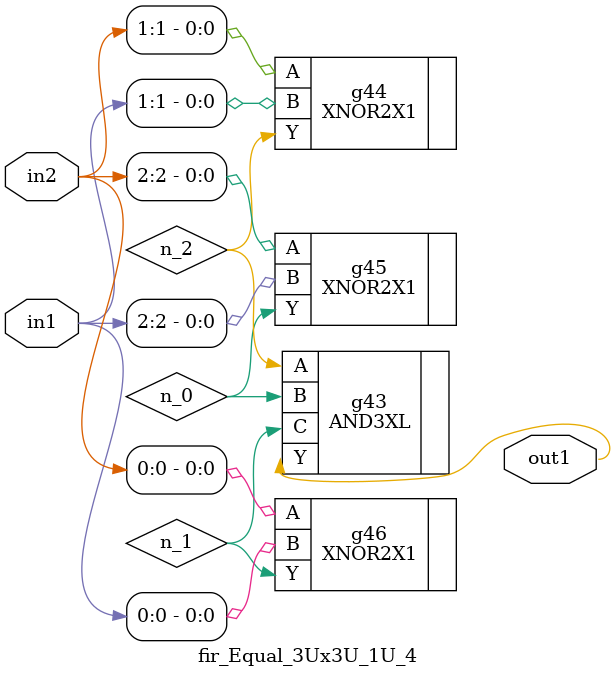
<source format=v>
`timescale 1ps / 1ps


module fir_Equal_3Ux3U_1U_4(in2, in1, out1);
  input [2:0] in2, in1;
  output out1;
  wire [2:0] in2, in1;
  wire out1;
  wire n_0, n_1, n_2;
  AND3XL g43(.A (n_2), .B (n_0), .C (n_1), .Y (out1));
  XNOR2X1 g44(.A (in2[1]), .B (in1[1]), .Y (n_2));
  XNOR2X1 g46(.A (in2[0]), .B (in1[0]), .Y (n_1));
  XNOR2X1 g45(.A (in2[2]), .B (in1[2]), .Y (n_0));
endmodule



</source>
